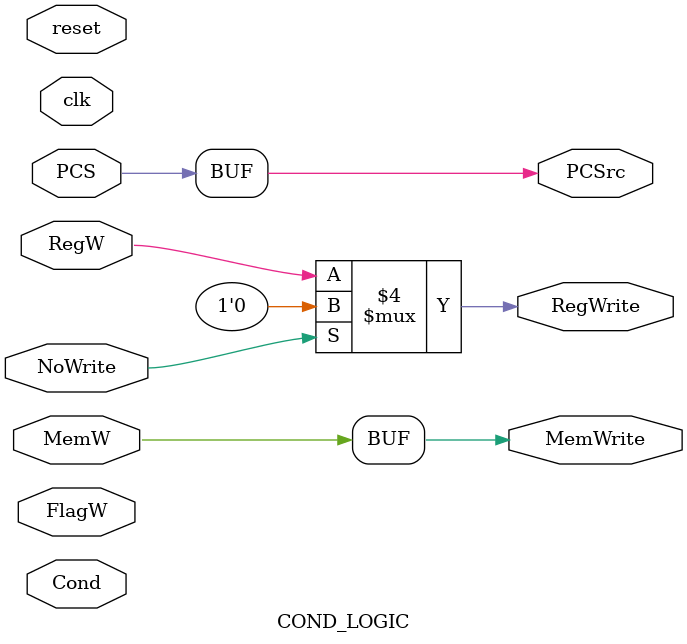
<source format=v>
module COND_LOGIC(input  clk, reset,
				input [3:0] Cond,
				input [1:0] FlagW,
				input PCS, RegW, MemW, NoWrite,
				output reg  RegWrite,
				output MemWrite,PCSrc
				);
				
	 reg [3:0] Flags;
	 reg CondEx;
	 
	always
		begin
			if (NoWrite==0)
				RegWrite = RegW ; 
			else
				RegWrite = 0;
		end

assign MemWrite = MemW ;
assign PCSrc = PCS ;

endmodule
</source>
